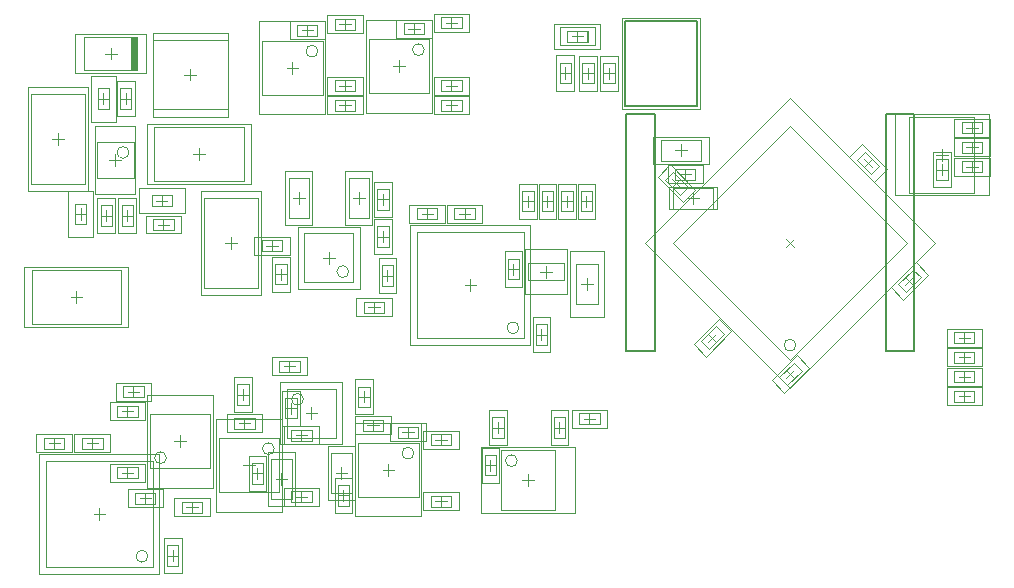
<source format=gm1>
%FSLAX25Y25*%
%MOIN*%
G70*
G01*
G75*
G04 Layer_Color=16711935*
%ADD10R,0.03543X0.03937*%
%ADD11R,0.04528X0.07087*%
%ADD12R,0.03937X0.03543*%
%ADD13R,0.02953X0.03937*%
%ADD14O,0.01772X0.05512*%
%ADD15R,0.04724X0.03150*%
%ADD16R,0.04724X0.02953*%
%ADD17R,0.03937X0.02953*%
%ADD18O,0.05512X0.01772*%
%ADD19R,0.18110X0.08858*%
%ADD20R,0.10000X0.03900*%
%ADD21R,0.07402X0.06614*%
%ADD22O,0.00984X0.05315*%
%ADD23R,0.04331X0.04331*%
%ADD24R,0.06693X0.04724*%
%ADD25R,0.09449X0.06102*%
%ADD26R,0.08858X0.18110*%
%ADD27R,0.02362X0.03937*%
%ADD28R,0.04331X0.06693*%
%ADD29R,0.07480X0.05315*%
%ADD30R,0.04331X0.04331*%
%ADD31C,0.01000*%
%ADD32C,0.00800*%
%ADD33C,0.02000*%
%ADD34C,0.03000*%
%ADD35C,0.05500*%
%ADD36C,0.03500*%
%ADD37C,0.04000*%
%ADD38C,0.00500*%
%ADD39C,0.00394*%
%ADD40R,0.02383X0.10984*%
%ADD41C,0.00197*%
%ADD42C,0.00300*%
%ADD43R,0.06299X0.06299*%
%ADD44C,0.06299*%
%ADD45C,0.06000*%
%ADD46R,0.06000X0.06000*%
%ADD47R,0.06299X0.06299*%
%ADD48R,0.06000X0.06000*%
%ADD49C,0.05512*%
%ADD50R,0.05512X0.05512*%
%ADD51C,0.03937*%
%ADD52C,0.03500*%
%ADD53C,0.05500*%
%ADD54C,0.04500*%
%ADD55C,0.05000*%
%ADD56C,0.01969*%
%ADD57C,0.07150*%
%ADD58C,0.06500*%
%ADD59C,0.07000*%
%ADD60C,0.08000*%
%ADD61C,0.04787*%
%ADD62C,0.07500*%
%ADD63R,0.08071X0.02756*%
G04:AMPARAMS|DCode=64|XSize=39.37mil|YSize=35.43mil|CornerRadius=0mil|HoleSize=0mil|Usage=FLASHONLY|Rotation=135.000|XOffset=0mil|YOffset=0mil|HoleType=Round|Shape=Rectangle|*
%AMROTATEDRECTD64*
4,1,4,0.02645,-0.00139,0.00139,-0.02645,-0.02645,0.00139,-0.00139,0.02645,0.02645,-0.00139,0.0*
%
%ADD64ROTATEDRECTD64*%

G04:AMPARAMS|DCode=65|XSize=39.37mil|YSize=35.43mil|CornerRadius=0mil|HoleSize=0mil|Usage=FLASHONLY|Rotation=225.000|XOffset=0mil|YOffset=0mil|HoleType=Round|Shape=Rectangle|*
%AMROTATEDRECTD65*
4,1,4,0.00139,0.02645,0.02645,0.00139,-0.00139,-0.02645,-0.02645,-0.00139,0.00139,0.02645,0.0*
%
%ADD65ROTATEDRECTD65*%

%ADD66O,0.00984X0.03740*%
%ADD67O,0.03740X0.00984*%
%ADD68R,0.09646X0.09646*%
%ADD69R,0.07087X0.04528*%
%ADD70O,0.02165X0.06102*%
%ADD71O,0.06102X0.02165*%
%ADD72R,0.23622X0.23622*%
%ADD73R,0.05906X0.05906*%
G04:AMPARAMS|DCode=74|XSize=11.81mil|YSize=70.87mil|CornerRadius=0mil|HoleSize=0mil|Usage=FLASHONLY|Rotation=315.000|XOffset=0mil|YOffset=0mil|HoleType=Round|Shape=Round|*
%AMOVALD74*
21,1,0.05906,0.01181,0.00000,0.00000,45.0*
1,1,0.01181,-0.02088,-0.02088*
1,1,0.01181,0.02088,0.02088*
%
%ADD74OVALD74*%

G04:AMPARAMS|DCode=75|XSize=11.81mil|YSize=70.87mil|CornerRadius=0mil|HoleSize=0mil|Usage=FLASHONLY|Rotation=45.000|XOffset=0mil|YOffset=0mil|HoleType=Round|Shape=Round|*
%AMOVALD75*
21,1,0.05906,0.01181,0.00000,0.00000,135.0*
1,1,0.01181,0.02088,-0.02088*
1,1,0.01181,-0.02088,0.02088*
%
%ADD75OVALD75*%

%ADD76C,0.02500*%
%ADD77C,0.03200*%
%ADD78C,0.01800*%
%ADD79C,0.01500*%
%ADD80C,0.01969*%
%ADD81C,0.02362*%
%ADD82C,0.00984*%
%ADD83C,0.00787*%
%ADD84C,0.00600*%
%ADD85R,0.04343X0.04737*%
%ADD86R,0.05328X0.07887*%
%ADD87R,0.04737X0.04343*%
%ADD88R,0.03753X0.04737*%
%ADD89O,0.02572X0.06312*%
%ADD90R,0.05524X0.03950*%
%ADD91R,0.05524X0.03753*%
%ADD92R,0.04737X0.03753*%
%ADD93O,0.06312X0.02572*%
%ADD94R,0.18910X0.09658*%
%ADD95R,0.10800X0.04700*%
%ADD96R,0.08047X0.07260*%
%ADD97O,0.01630X0.05961*%
%ADD98R,0.05131X0.05131*%
%ADD99R,0.07493X0.05524*%
%ADD100R,0.10249X0.06902*%
%ADD101R,0.09658X0.18910*%
%ADD102R,0.03162X0.04737*%
%ADD103R,0.05131X0.07493*%
%ADD104R,0.08280X0.06115*%
%ADD105R,0.05131X0.05131*%
%ADD106R,0.07099X0.07099*%
%ADD107C,0.07099*%
%ADD108C,0.06800*%
%ADD109R,0.06800X0.06800*%
%ADD110R,0.07099X0.07099*%
%ADD111R,0.06800X0.06800*%
%ADD112C,0.06312*%
%ADD113R,0.06312X0.06312*%
%ADD114C,0.04737*%
%ADD115R,0.08871X0.03556*%
G04:AMPARAMS|DCode=116|XSize=47.37mil|YSize=43.43mil|CornerRadius=0mil|HoleSize=0mil|Usage=FLASHONLY|Rotation=135.000|XOffset=0mil|YOffset=0mil|HoleType=Round|Shape=Rectangle|*
%AMROTATEDRECTD116*
4,1,4,0.03210,-0.00139,0.00139,-0.03210,-0.03210,0.00139,-0.00139,0.03210,0.03210,-0.00139,0.0*
%
%ADD116ROTATEDRECTD116*%

G04:AMPARAMS|DCode=117|XSize=47.37mil|YSize=43.43mil|CornerRadius=0mil|HoleSize=0mil|Usage=FLASHONLY|Rotation=225.000|XOffset=0mil|YOffset=0mil|HoleType=Round|Shape=Rectangle|*
%AMROTATEDRECTD117*
4,1,4,0.00139,0.03210,0.03210,0.00139,-0.00139,-0.03210,-0.03210,-0.00139,0.00139,0.03210,0.0*
%
%ADD117ROTATEDRECTD117*%

%ADD118O,0.01784X0.04540*%
%ADD119O,0.04540X0.01784*%
%ADD120R,0.10446X0.10446*%
%ADD121R,0.07887X0.05328*%
%ADD122O,0.02965X0.06902*%
%ADD123O,0.06902X0.02965*%
%ADD124R,0.24422X0.24422*%
%ADD125R,0.06706X0.06706*%
G04:AMPARAMS|DCode=126|XSize=19.81mil|YSize=78.87mil|CornerRadius=0mil|HoleSize=0mil|Usage=FLASHONLY|Rotation=315.000|XOffset=0mil|YOffset=0mil|HoleType=Round|Shape=Round|*
%AMOVALD126*
21,1,0.05906,0.01981,0.00000,0.00000,45.0*
1,1,0.01981,-0.02088,-0.02088*
1,1,0.01981,0.02088,0.02088*
%
%ADD126OVALD126*%

G04:AMPARAMS|DCode=127|XSize=19.81mil|YSize=78.87mil|CornerRadius=0mil|HoleSize=0mil|Usage=FLASHONLY|Rotation=45.000|XOffset=0mil|YOffset=0mil|HoleType=Round|Shape=Round|*
%AMOVALD127*
21,1,0.05906,0.01981,0.00000,0.00000,135.0*
1,1,0.01981,0.02088,-0.02088*
1,1,0.01981,-0.02088,0.02088*
%
%ADD127OVALD127*%

D38*
X564913Y292087D02*
Y371000D01*
Y292050D02*
X574313D01*
Y371000D01*
X478300D02*
X487700D01*
X478300Y292050D02*
Y371000D01*
X487700Y292050D02*
Y371000D01*
X478300Y292050D02*
X487700D01*
X564913Y371000D02*
X574313D01*
X477969Y373827D02*
X501968D01*
Y402173D01*
X477969D02*
X501968D01*
X477969Y373827D02*
Y402173D01*
X564913Y292087D02*
Y371000D01*
Y292050D02*
X574313D01*
Y371000D01*
X478300D02*
X487700D01*
X478300Y292050D02*
Y371000D01*
X487700Y292050D02*
Y371000D01*
X478300Y292050D02*
X487700D01*
X564913Y371000D02*
X574313D01*
X477969Y373827D02*
X501968D01*
Y402173D01*
X477969D02*
X501968D01*
X477969Y373827D02*
Y402173D01*
D39*
X407465Y258012D02*
G03*
X407465Y258012I-1969J0D01*
G01*
X360965Y259512D02*
G03*
X360965Y259512I-1969J0D01*
G01*
X441957Y255496D02*
G03*
X441957Y255496I-1969J0D01*
G01*
X324972Y256488D02*
G03*
X324972Y256488I-1969J0D01*
G01*
X375465Y392012D02*
G03*
X375465Y392012I-1969J0D01*
G01*
X370677Y275961D02*
G03*
X370677Y275961I-1969J0D01*
G01*
X318811Y223657D02*
G03*
X318811Y223657I-1969J0D01*
G01*
X410965Y392512D02*
G03*
X410965Y392512I-1969J0D01*
G01*
X312496Y358291D02*
G03*
X312496Y358291I-1969J0D01*
G01*
X385760Y318539D02*
G03*
X385760Y318539I-1969J0D01*
G01*
X442480Y299827D02*
G03*
X442480Y299827I-1969J0D01*
G01*
X534827Y294057D02*
G03*
X534827Y294057I-1969J0D01*
G01*
X594327Y344902D02*
Y370098D01*
X572673Y344902D02*
Y370098D01*
X594327D01*
X572673Y344902D02*
X594327D01*
X590154Y364630D02*
X596846D01*
X590154Y368370D02*
X596846D01*
Y364630D02*
Y368370D01*
X590154Y364630D02*
Y368370D01*
Y358130D02*
X596846D01*
X590154Y361870D02*
X596846D01*
Y358130D02*
Y361870D01*
X590154Y358130D02*
Y361870D01*
X489807Y355457D02*
Y362543D01*
X503193Y355457D02*
Y362543D01*
X489807D02*
X503193D01*
X489807Y355457D02*
X503193D01*
X347555Y266130D02*
Y269870D01*
X354445Y266130D02*
Y269870D01*
X347555Y266130D02*
X354445D01*
X347555Y269870D02*
X354445D01*
X348630Y280945D02*
X352370D01*
X348630Y274055D02*
X352370D01*
X348630D02*
Y280945D01*
X352370Y274055D02*
Y280945D01*
X465346Y395130D02*
Y398870D01*
X458653Y395130D02*
Y398870D01*
X465346D01*
X458653Y395130D02*
X465346D01*
X587653Y294630D02*
X594347D01*
X587653Y298370D02*
X594347D01*
Y294630D02*
Y298370D01*
X587653Y294630D02*
Y298370D01*
Y281630D02*
X594347D01*
X587653Y285370D02*
X594347D01*
Y281630D02*
Y285370D01*
X587653Y281630D02*
Y285370D01*
X447370Y338653D02*
Y345346D01*
X443630Y338653D02*
Y345346D01*
X447370D01*
X443630Y338653D02*
X447370D01*
X460370D02*
Y345346D01*
X456630Y338653D02*
Y345346D01*
X460370D01*
X456630Y338653D02*
X460370D01*
X474370Y381303D02*
Y387996D01*
X470630Y381303D02*
Y387996D01*
X474370D01*
X470630Y381303D02*
X474370D01*
X402153Y266870D02*
X408847D01*
X402153Y263130D02*
X408847D01*
Y266870D01*
X402153Y263130D02*
Y266870D01*
X431130Y250654D02*
Y257347D01*
X434870Y250654D02*
Y257347D01*
X431130D02*
X434870D01*
X431130Y250654D02*
X434870D01*
X404153Y401370D02*
X410847D01*
X404153Y397630D02*
X410847D01*
Y401370D01*
X404153Y397630D02*
Y401370D01*
X368653Y400870D02*
X375346D01*
X368653Y397130D02*
X375346D01*
Y400870D01*
X368653Y397130D02*
Y400870D01*
X364630Y269654D02*
Y276346D01*
X368370Y269654D02*
Y276346D01*
X364630Y269654D02*
X368370D01*
X364630Y276346D02*
X368370D01*
X314653Y244870D02*
X321346D01*
X314653Y241130D02*
X321346D01*
X314653D02*
Y244870D01*
X321346Y241130D02*
Y244870D01*
X571531Y311712D02*
X576403Y316584D01*
X568886Y314357D02*
X573758Y319229D01*
X568886Y314357D02*
X571531Y311712D01*
X573758Y319229D02*
X576403Y316584D01*
X493887Y351758D02*
X498758Y346886D01*
X491242Y349114D02*
X496114Y344242D01*
X498758Y346886D01*
X491242Y349114D02*
X493887Y351758D01*
X503242Y295386D02*
X508114Y300258D01*
X505886Y292742D02*
X510758Y297614D01*
X508114Y300258D02*
X510758Y297614D01*
X503242Y295386D02*
X505886Y292742D01*
X529242Y283253D02*
X534114Y288125D01*
X531886Y280608D02*
X536758Y285480D01*
X534114Y288125D02*
X536758Y285480D01*
X529242Y283253D02*
X531886Y280608D01*
X555051Y355837D02*
X559923Y350965D01*
X557696Y358482D02*
X562568Y353610D01*
X555051Y355837D02*
X557696Y358482D01*
X559923Y350965D02*
X562568Y353610D01*
X385870Y240555D02*
Y247445D01*
X382130Y240555D02*
Y247445D01*
X385870D01*
X382130Y240555D02*
X385870D01*
X388961Y243445D02*
Y261555D01*
X409039Y243445D02*
Y261555D01*
X388961Y243445D02*
X409039D01*
X388961Y261555D02*
X409039D01*
X456098Y381386D02*
X459839D01*
X456098Y388079D02*
X459839D01*
X456098Y381386D02*
Y388079D01*
X459839Y381386D02*
Y388079D01*
X413055Y243870D02*
X419945D01*
X413055Y240130D02*
X419945D01*
X413055D02*
Y243870D01*
X419945Y240130D02*
Y243870D01*
X413055Y260630D02*
X419945D01*
X413055Y264370D02*
X419945D01*
Y260630D02*
Y264370D01*
X413055Y260630D02*
Y264370D01*
X330055Y238130D02*
X336945D01*
X330055Y241870D02*
X336945D01*
Y238130D02*
Y241870D01*
X330055Y238130D02*
Y241870D01*
X342461Y244945D02*
Y263055D01*
X362539Y244945D02*
Y263055D01*
X342461Y244945D02*
X362539D01*
X342461Y263055D02*
X362539D01*
X366555Y245370D02*
X373445D01*
X366555Y241630D02*
X373445D01*
X366555D02*
Y245370D01*
X373445Y241630D02*
Y245370D01*
X366555Y262130D02*
X373445D01*
X366555Y265870D02*
X373445D01*
Y262130D02*
Y265870D01*
X366555Y262130D02*
Y265870D01*
X462555Y271370D02*
X469445D01*
X462555Y267630D02*
X469445D01*
X462555D02*
Y271370D01*
X469445Y267630D02*
Y271370D01*
X436445Y238961D02*
X454555D01*
X436445Y259039D02*
X454555D01*
Y238961D02*
Y259039D01*
X436445Y238961D02*
Y259039D01*
X454130Y263055D02*
Y269945D01*
X457870Y263055D02*
Y269945D01*
X454130Y263055D02*
X457870D01*
X454130Y269945D02*
X457870D01*
X437370Y263055D02*
Y269945D01*
X433630Y263055D02*
Y269945D01*
X437370D01*
X433630Y263055D02*
X437370D01*
X310555Y276630D02*
X317445D01*
X310555Y280370D02*
X317445D01*
Y276630D02*
Y280370D01*
X310555Y276630D02*
Y280370D01*
X339539Y252945D02*
Y271055D01*
X319461Y252945D02*
Y271055D01*
X339539D01*
X319461Y252945D02*
X339539D01*
X308555Y270130D02*
X315445D01*
X308555Y273870D02*
X315445D01*
Y270130D02*
Y273870D01*
X308555Y270130D02*
Y273870D01*
X308555Y253370D02*
X315445D01*
X308555Y249630D02*
X315445D01*
X308555D02*
Y253370D01*
X315445Y249630D02*
Y253370D01*
X442531Y315917D02*
Y322807D01*
X438791Y315917D02*
Y322807D01*
X442531D01*
X438791Y315917D02*
X442531D01*
X327413Y332362D02*
Y336102D01*
X320524Y332362D02*
Y336102D01*
Y332362D02*
X327413D01*
X320524Y336102D02*
X327413D01*
X463130Y345346D02*
X466870D01*
X463130Y338653D02*
X466870D01*
Y345346D01*
X463130Y338653D02*
Y345346D01*
X450130D02*
X453870D01*
X450130Y338653D02*
X453870D01*
Y345346D01*
X450130Y338653D02*
Y345346D01*
X594347Y275130D02*
Y278870D01*
X587653Y275130D02*
Y278870D01*
Y275130D02*
X594347D01*
X587653Y278870D02*
X594347D01*
Y288130D02*
Y291870D01*
X587653Y288130D02*
Y291870D01*
Y288130D02*
X594347D01*
X587653Y291870D02*
X594347D01*
X463630Y387996D02*
X467370D01*
X463630Y381303D02*
X467370D01*
Y387996D01*
X463630Y381303D02*
Y387996D01*
X355555Y313039D02*
Y342961D01*
X337445Y313039D02*
Y342961D01*
X355555D01*
X337445Y313039D02*
X355555D01*
X416555Y382370D02*
X423445D01*
X416555Y378630D02*
X423445D01*
X416555D02*
Y382370D01*
X423445Y378630D02*
Y382370D01*
X416555Y399630D02*
X423445D01*
X416555Y403370D02*
X423445D01*
Y399630D02*
Y403370D01*
X416555Y399630D02*
Y403370D01*
X416555Y375870D02*
X423445D01*
X416555Y372130D02*
X423445D01*
X416555D02*
Y375870D01*
X423445Y372130D02*
Y375870D01*
X356961Y377445D02*
Y395555D01*
X377039Y377445D02*
Y395555D01*
X356961Y377445D02*
X377039D01*
X356961Y395555D02*
X377039D01*
X381055Y382370D02*
X387945D01*
X381055Y378630D02*
X387945D01*
X381055D02*
Y382370D01*
X387945Y378630D02*
Y382370D01*
X381055Y399130D02*
X387945D01*
X381055Y402870D02*
X387945D01*
Y399130D02*
Y402870D01*
X381055Y399130D02*
Y402870D01*
X365165Y279504D02*
X381504D01*
X365165Y263165D02*
X381504D01*
X365165D02*
Y279504D01*
X381504Y263165D02*
Y279504D01*
X362555Y288870D02*
X369445D01*
X362555Y285130D02*
X369445D01*
Y288870D01*
X362555Y285130D02*
Y288870D01*
X388965Y280181D02*
X392705D01*
X388965Y273488D02*
X392705D01*
X388965D02*
Y280181D01*
X392705Y273488D02*
Y280181D01*
X397181Y265465D02*
Y269205D01*
X390488Y265465D02*
Y269205D01*
X397181D01*
X390488Y265465D02*
X397181D01*
X379890Y257929D02*
X386779D01*
X379890Y244740D02*
X386779D01*
X379890D02*
Y257929D01*
X386779Y244740D02*
Y257929D01*
X359890Y255929D02*
X366779D01*
X359890Y242740D02*
X366779D01*
X359890D02*
Y255929D01*
X366779Y242740D02*
Y255929D01*
X353465Y247890D02*
Y254780D01*
X357205Y247890D02*
Y254780D01*
X353465D02*
X357205D01*
X353465Y247890D02*
X357205D01*
X390721Y304795D02*
X397610D01*
X390721Y308535D02*
X397610D01*
X390721Y304795D02*
Y308535D01*
X397610Y304795D02*
Y308535D01*
X385720Y336571D02*
X392610D01*
X385720Y349760D02*
X392610D01*
Y336571D02*
Y349760D01*
X385720Y336571D02*
Y349760D01*
X399035Y339220D02*
Y346110D01*
X395295Y339220D02*
Y346110D01*
Y339220D02*
X399035D01*
X395295Y346110D02*
X399035D01*
X356819Y325295D02*
Y329035D01*
X363512Y325295D02*
Y329035D01*
X356819Y325295D02*
X363512D01*
X356819Y329035D02*
X363512D01*
X361295Y314319D02*
X365035D01*
X361295Y321012D02*
X365035D01*
Y314319D02*
Y321012D01*
X361295Y314319D02*
Y321012D01*
X284953Y220114D02*
X320386D01*
X284953Y255547D02*
X320386D01*
Y220114D02*
Y255547D01*
X284953Y220114D02*
Y255547D01*
X284244Y259461D02*
Y263201D01*
X290937Y259461D02*
Y263201D01*
X284244Y259461D02*
X290937D01*
X284244Y263201D02*
X290937D01*
X296815Y259461D02*
X303705D01*
X296815Y263201D02*
X303705D01*
X296815Y259461D02*
Y263201D01*
X303705Y259461D02*
Y263201D01*
X325220Y220386D02*
Y227276D01*
X328961Y220386D02*
Y227276D01*
X325220D02*
X328961D01*
X325220Y220386D02*
X328961D01*
X408583Y335961D02*
Y339701D01*
X415276Y335961D02*
Y339701D01*
X408583Y335961D02*
X415276D01*
X408583Y339701D02*
X415276D01*
X420984Y335961D02*
X427874D01*
X420984Y339701D02*
X427874D01*
X420984Y335961D02*
Y339701D01*
X427874Y335961D02*
Y339701D01*
X448130Y294055D02*
Y300945D01*
X451870Y294055D02*
Y300945D01*
X448130D02*
X451870D01*
X448130Y294055D02*
X451870D01*
X392461Y377945D02*
Y396055D01*
X412539Y377945D02*
Y396055D01*
X392461Y377945D02*
X412539D01*
X392461Y396055D02*
X412539D01*
X381055Y375870D02*
X387945D01*
X381055Y372130D02*
X387945D01*
X381055D02*
Y375870D01*
X387945Y372130D02*
Y375870D01*
X494654Y349130D02*
Y352870D01*
X501346Y349130D02*
Y352870D01*
X494654D02*
X501346D01*
X494654Y349130D02*
X501346D01*
X301866Y349630D02*
Y361835D01*
X314071Y349630D02*
Y361835D01*
X301866Y349630D02*
X314071D01*
X301866Y361835D02*
X314071D01*
X320122Y340362D02*
X326815D01*
X320122Y344102D02*
X326815D01*
Y340362D02*
Y344102D01*
X320122Y340362D02*
Y344102D01*
X320567Y372732D02*
X345370D01*
X320567Y395732D02*
X345370D01*
X320567Y373232D02*
Y395732D01*
X345370Y373232D02*
Y395732D01*
X297610Y385740D02*
Y396724D01*
X315327Y385740D02*
Y396724D01*
X297610D02*
X315327D01*
X297610Y385740D02*
X315327D01*
X321008Y348677D02*
Y366787D01*
X350929Y348677D02*
Y366787D01*
X321008D02*
X350929D01*
X321008Y348677D02*
X350929D01*
X445516Y315744D02*
Y321256D01*
X457484Y315744D02*
Y321256D01*
X445516Y315744D02*
X457484D01*
X445516Y321256D02*
X457484D01*
X493807Y339457D02*
Y346543D01*
X507193Y339457D02*
Y346543D01*
X493807D02*
X507193D01*
X493807Y339457D02*
X507193D01*
X458555Y398870D02*
X465445D01*
X458555Y395130D02*
X465445D01*
X458555D02*
Y398870D01*
X465445Y395130D02*
Y398870D01*
X468705Y307669D02*
Y321055D01*
X461618Y307669D02*
Y321055D01*
X468705D01*
X461618Y307669D02*
X468705D01*
X365721Y336571D02*
X372610D01*
X365721Y349760D02*
X372610D01*
Y336571D02*
Y349760D01*
X365721Y336571D02*
Y349760D01*
X370996Y314996D02*
X387335D01*
X370996Y331335D02*
X387335D01*
Y314996D02*
Y331335D01*
X370996Y314996D02*
Y331335D01*
X408622Y296284D02*
X444055D01*
X408622Y331716D02*
X444055D01*
Y296284D02*
Y331716D01*
X408622Y296284D02*
Y331716D01*
X493884Y328021D02*
X532858Y289046D01*
Y366995D02*
X571832Y328021D01*
X532858Y289046D02*
X571832Y328021D01*
X493884D02*
X532858Y366995D01*
X396795Y313720D02*
Y320610D01*
X400535Y313720D02*
Y320610D01*
X396795D02*
X400535D01*
X396795Y313720D02*
X400535D01*
X399035Y326720D02*
Y333610D01*
X395295Y326720D02*
Y333610D01*
Y326720D02*
X399035D01*
X395295Y333610D02*
X399035D01*
X298339Y334386D02*
Y341079D01*
X294598Y334386D02*
Y341079D01*
X298339D01*
X294598Y334386D02*
X298339D01*
X306839Y333886D02*
Y340579D01*
X303098Y333886D02*
Y340579D01*
X306839D01*
X303098Y333886D02*
X306839D01*
X313839D02*
Y340579D01*
X310098Y333886D02*
Y340579D01*
X313839D01*
X310098Y333886D02*
X313839D01*
X309598Y372787D02*
X313339D01*
X309598Y379677D02*
X313339D01*
X309598Y372787D02*
Y379677D01*
X313339Y372787D02*
Y379677D01*
X302098Y379677D02*
X305839D01*
X302098Y372787D02*
X305839D01*
Y379677D01*
X302098Y372787D02*
Y379677D01*
X279913Y377693D02*
X298024D01*
X279913Y347772D02*
X298024D01*
Y377693D01*
X279913Y347772D02*
Y377693D01*
X590055Y351630D02*
X596945D01*
X590055Y355370D02*
X596945D01*
Y351630D02*
Y355370D01*
X590055Y351630D02*
Y355370D01*
X585370Y349055D02*
Y355945D01*
X581630Y349055D02*
Y355945D01*
X585370D01*
X581630Y349055D02*
X585370D01*
X280039Y300945D02*
X309961D01*
X280039Y319055D02*
X309961D01*
X280039Y300945D02*
Y319055D01*
X309961Y300945D02*
Y319055D01*
X581531Y357500D02*
X585468D01*
X583500Y355532D02*
Y359469D01*
X494531Y359000D02*
X498468D01*
X496500Y357031D02*
Y360968D01*
X397031Y252500D02*
X400969D01*
X399000Y250532D02*
Y254468D01*
X350532Y254000D02*
X354468D01*
X352500Y252031D02*
Y255968D01*
X445500Y247031D02*
Y250969D01*
X443532Y249000D02*
X447469D01*
X327532Y262000D02*
X331469D01*
X329500Y260032D02*
Y263968D01*
X344531Y328000D02*
X348468D01*
X346500Y326031D02*
Y329969D01*
X365032Y386500D02*
X368969D01*
X367000Y384531D02*
Y388469D01*
X373335Y269366D02*
Y273303D01*
X371366Y271335D02*
X375303D01*
X383335Y249366D02*
Y253303D01*
X381366Y251335D02*
X385303D01*
X363335Y247366D02*
Y251303D01*
X361366Y249335D02*
X365303D01*
X389165Y341197D02*
Y345134D01*
X387197Y343165D02*
X391134D01*
X302669Y235862D02*
Y239799D01*
X300701Y237831D02*
X304638D01*
X400531Y387000D02*
X404468D01*
X402500Y385032D02*
Y388968D01*
X306000Y355732D02*
X309937D01*
X307968Y353764D02*
Y357701D01*
X332968Y382264D02*
Y386201D01*
X331000Y384232D02*
X334937D01*
X304500Y391232D02*
X308437D01*
X306469Y389264D02*
Y393201D01*
X334000Y357732D02*
X337937D01*
X335968Y355764D02*
Y359701D01*
X449532Y318500D02*
X453469D01*
X451500Y316531D02*
Y320468D01*
X492626Y339260D02*
Y346740D01*
X508374Y339260D02*
Y346740D01*
X492626D02*
X508374D01*
X492626Y339260D02*
X508374D01*
X498531Y343000D02*
X502468D01*
X500500Y341032D02*
Y344969D01*
X463193Y314362D02*
X467130D01*
X465161Y312394D02*
Y316331D01*
X369165Y341197D02*
Y345134D01*
X367197Y343165D02*
X371134D01*
X379165Y321197D02*
Y325134D01*
X377197Y323165D02*
X381134D01*
X426339Y312032D02*
Y315968D01*
X424370Y314000D02*
X428307D01*
X531466Y326629D02*
X534250Y329413D01*
X531466Y329413D02*
X534250Y326629D01*
X288968Y360764D02*
Y364701D01*
X287000Y362732D02*
X290937D01*
X295000Y308032D02*
Y311968D01*
X293032Y310000D02*
X296969D01*
D40*
X314135Y391232D02*
D03*
D41*
X599287Y343917D02*
Y371083D01*
X567713Y343917D02*
Y371083D01*
X599287D01*
X567713Y343917D02*
X599287D01*
X593500Y364630D02*
Y368370D01*
X591630Y366500D02*
X595370D01*
X587595Y363547D02*
X599405D01*
X587595Y369453D02*
X599405D01*
Y363547D02*
Y369453D01*
X587595Y363547D02*
Y369453D01*
X593500Y358130D02*
Y361870D01*
X591630Y360000D02*
X595370D01*
X587595Y357047D02*
X599405D01*
X587595Y362953D02*
X599405D01*
Y357047D02*
Y362953D01*
X587595Y357047D02*
Y362953D01*
X487248Y354472D02*
Y363528D01*
X505752Y354472D02*
Y363528D01*
X487248D02*
X505752D01*
X487248Y354472D02*
X505752D01*
X345094Y265047D02*
Y270953D01*
X356906Y265047D02*
Y270953D01*
X345094Y265047D02*
X356906D01*
X345094Y270953D02*
X356906D01*
X349130Y268000D02*
X352870D01*
X351000Y266130D02*
Y269870D01*
X347547Y283405D02*
X353453D01*
X347547Y271595D02*
X353453D01*
X347547D02*
Y283405D01*
X353453Y271595D02*
Y283405D01*
X350500Y275630D02*
Y279370D01*
X348630Y277500D02*
X352370D01*
X467906Y394047D02*
Y399953D01*
X456095Y394047D02*
Y399953D01*
X467906D01*
X456095Y394047D02*
X467906D01*
X460130Y397000D02*
X463870D01*
X462000Y395130D02*
Y398870D01*
X591000Y294630D02*
Y298370D01*
X589130Y296500D02*
X592870D01*
X585094Y293547D02*
X596906D01*
X585094Y299453D02*
X596906D01*
Y293547D02*
Y299453D01*
X585094Y293547D02*
Y299453D01*
X591000Y281630D02*
Y285370D01*
X589130Y283500D02*
X592870D01*
X585094Y280547D02*
X596906D01*
X585094Y286453D02*
X596906D01*
Y280547D02*
Y286453D01*
X585094Y280547D02*
Y286453D01*
X443630Y342000D02*
X447370D01*
X445500Y340130D02*
Y343870D01*
X448453Y336094D02*
Y347905D01*
X442547Y336094D02*
Y347905D01*
X448453D01*
X442547Y336094D02*
X448453D01*
X456630Y342000D02*
X460370D01*
X458500Y340130D02*
Y343870D01*
X461453Y336094D02*
Y347905D01*
X455547Y336094D02*
Y347905D01*
X461453D01*
X455547Y336094D02*
X461453D01*
X470630Y384650D02*
X474370D01*
X472500Y382780D02*
Y386520D01*
X475453Y378744D02*
Y390555D01*
X469547Y378744D02*
Y390555D01*
X475453D01*
X469547Y378744D02*
X475453D01*
X405500Y263130D02*
Y266870D01*
X403630Y265000D02*
X407370D01*
X399594Y267953D02*
X411406D01*
X399594Y262047D02*
X411406D01*
Y267953D01*
X399594Y262047D02*
Y267953D01*
X431130Y254000D02*
X434870D01*
X433000Y252130D02*
Y255870D01*
X430047Y248095D02*
Y259906D01*
X435953Y248095D02*
Y259906D01*
X430047D02*
X435953D01*
X430047Y248095D02*
X435953D01*
X407500Y397630D02*
Y401370D01*
X405630Y399500D02*
X409370D01*
X401594Y402453D02*
X413406D01*
X401594Y396547D02*
X413406D01*
Y402453D01*
X401594Y396547D02*
Y402453D01*
X372000Y397130D02*
Y400870D01*
X370130Y399000D02*
X373870D01*
X366094Y401953D02*
X377906D01*
X366094Y396047D02*
X377906D01*
Y401953D01*
X366094Y396047D02*
Y401953D01*
X364630Y273000D02*
X368370D01*
X366500Y271130D02*
Y274870D01*
X363547Y267094D02*
Y278906D01*
X369453Y267094D02*
Y278906D01*
X363547Y267094D02*
X369453D01*
X363547Y278906D02*
X369453D01*
X318000Y241130D02*
Y244870D01*
X316130Y243000D02*
X319870D01*
X312094Y245953D02*
X323905D01*
X312094Y240047D02*
X323905D01*
X312094D02*
Y245953D01*
X323905Y240047D02*
Y245953D01*
X571322Y316793D02*
X573967Y314148D01*
X571322D02*
X573967Y316793D01*
X570557Y309207D02*
X578908Y317559D01*
X566381Y313383D02*
X574733Y321734D01*
X566381Y313383D02*
X570557Y309207D01*
X574733Y321734D02*
X578908Y317559D01*
X493678Y346678D02*
X496322Y349322D01*
X493678Y349322D02*
X496322Y346678D01*
X492912Y354264D02*
X501264Y345912D01*
X488736Y350088D02*
X497088Y341736D01*
X501264Y345912D01*
X488736Y350088D02*
X492912Y354264D01*
X505678Y297822D02*
X508322Y295178D01*
X505678D02*
X508322Y297822D01*
X500736Y294412D02*
X509088Y302764D01*
X504912Y290236D02*
X513264Y298588D01*
X509088Y302764D02*
X513264Y298588D01*
X500736Y294412D02*
X504912Y290236D01*
X531678Y285689D02*
X534322Y283044D01*
X531678D02*
X534322Y285689D01*
X526736Y282279D02*
X535088Y290630D01*
X530912Y278103D02*
X539264Y286454D01*
X535088Y290630D02*
X539264Y286454D01*
X526736Y282279D02*
X530912Y278103D01*
X557487Y353401D02*
X560132Y356046D01*
X557487D02*
X560132Y353401D01*
X552546Y356811D02*
X560897Y348460D01*
X556721Y360987D02*
X565073Y352636D01*
X552546Y356811D02*
X556721Y360987D01*
X560897Y348460D02*
X565073Y352636D01*
X382130Y244000D02*
X385870D01*
X384000Y242130D02*
Y245870D01*
X386953Y238094D02*
Y249905D01*
X381047Y238094D02*
Y249905D01*
X386953D01*
X381047Y238094D02*
X386953D01*
X387976Y236949D02*
Y268051D01*
X410024Y236949D02*
Y268051D01*
X387976Y236949D02*
X410024D01*
X387976Y268051D02*
X410024D01*
X455016Y378827D02*
X460921D01*
X455016Y390638D02*
X460921D01*
X455016Y378827D02*
Y390638D01*
X460921Y378827D02*
Y390638D01*
X457969Y382862D02*
Y386602D01*
X456098Y384732D02*
X459839D01*
X416500Y240130D02*
Y243870D01*
X414630Y242000D02*
X418370D01*
X410595Y244953D02*
X422405D01*
X410595Y239047D02*
X422405D01*
X410595D02*
Y244953D01*
X422405Y239047D02*
Y244953D01*
X416500Y260630D02*
Y264370D01*
X414630Y262500D02*
X418370D01*
X410595Y259547D02*
X422405D01*
X410595Y265453D02*
X422405D01*
Y259547D02*
Y265453D01*
X410595Y259547D02*
Y265453D01*
X333500Y238130D02*
Y241870D01*
X331630Y240000D02*
X335370D01*
X327594Y237047D02*
X339405D01*
X327594Y242953D02*
X339405D01*
Y237047D02*
Y242953D01*
X327594Y237047D02*
Y242953D01*
X341476Y238449D02*
Y269551D01*
X363524Y238449D02*
Y269551D01*
X341476Y238449D02*
X363524D01*
X341476Y269551D02*
X363524D01*
X370000Y241630D02*
Y245370D01*
X368130Y243500D02*
X371870D01*
X364094Y246453D02*
X375905D01*
X364094Y240547D02*
X375905D01*
X364094D02*
Y246453D01*
X375905Y240547D02*
Y246453D01*
X370000Y262130D02*
Y265870D01*
X368130Y264000D02*
X371870D01*
X364094Y261047D02*
X375905D01*
X364094Y266953D02*
X375905D01*
Y261047D02*
Y266953D01*
X364094Y261047D02*
Y266953D01*
X466000Y267630D02*
Y271370D01*
X464130Y269500D02*
X467870D01*
X460094Y272453D02*
X471906D01*
X460094Y266547D02*
X471906D01*
X460094D02*
Y272453D01*
X471906Y266547D02*
Y272453D01*
X429949Y237976D02*
X461051D01*
X429949Y260024D02*
X461051D01*
Y237976D02*
Y260024D01*
X429949Y237976D02*
Y260024D01*
X454130Y266500D02*
X457870D01*
X456000Y264630D02*
Y268370D01*
X453047Y260595D02*
Y272406D01*
X458953Y260595D02*
Y272406D01*
X453047Y260595D02*
X458953D01*
X453047Y272406D02*
X458953D01*
X433630Y266500D02*
X437370D01*
X435500Y264630D02*
Y268370D01*
X438453Y260595D02*
Y272406D01*
X432547Y260595D02*
Y272406D01*
X438453D01*
X432547Y260595D02*
X438453D01*
X314000Y276630D02*
Y280370D01*
X312130Y278500D02*
X315870D01*
X308095Y275547D02*
X319905D01*
X308095Y281453D02*
X319905D01*
Y275547D02*
Y281453D01*
X308095Y275547D02*
Y281453D01*
X340524Y246449D02*
Y277551D01*
X318476Y246449D02*
Y277551D01*
X340524D01*
X318476Y246449D02*
X340524D01*
X312000Y270130D02*
Y273870D01*
X310130Y272000D02*
X313870D01*
X306095Y269047D02*
X317905D01*
X306095Y274953D02*
X317905D01*
Y269047D02*
Y274953D01*
X306095Y269047D02*
Y274953D01*
X312000Y249630D02*
Y253370D01*
X310130Y251500D02*
X313870D01*
X306095Y254453D02*
X317905D01*
X306095Y248547D02*
X317905D01*
X306095D02*
Y254453D01*
X317905Y248547D02*
Y254453D01*
X438791Y319362D02*
X442531D01*
X440661Y317492D02*
Y321232D01*
X443614Y313457D02*
Y325268D01*
X437709Y313457D02*
Y325268D01*
X443614D01*
X437709Y313457D02*
X443614D01*
X329874Y331279D02*
Y337185D01*
X318063Y331279D02*
Y337185D01*
Y331279D02*
X329874D01*
X318063Y337185D02*
X329874D01*
X322098Y334232D02*
X325839D01*
X323969Y332362D02*
Y336102D01*
X462047Y347905D02*
X467953D01*
X462047Y336094D02*
X467953D01*
Y347905D01*
X462047Y336094D02*
Y347905D01*
X465000Y340130D02*
Y343870D01*
X463130Y342000D02*
X466870D01*
X449047Y347905D02*
X454953D01*
X449047Y336094D02*
X454953D01*
Y347905D01*
X449047Y336094D02*
Y347905D01*
X452000Y340130D02*
Y343870D01*
X450130Y342000D02*
X453870D01*
X596906Y274047D02*
Y279953D01*
X585094Y274047D02*
Y279953D01*
Y274047D02*
X596906D01*
X585094Y279953D02*
X596906D01*
X589130Y277000D02*
X592870D01*
X591000Y275130D02*
Y278870D01*
X596906Y287047D02*
Y292953D01*
X585094Y287047D02*
Y292953D01*
Y287047D02*
X596906D01*
X585094Y292953D02*
X596906D01*
X589130Y290000D02*
X592870D01*
X591000Y288130D02*
Y291870D01*
X462547Y390555D02*
X468453D01*
X462547Y378744D02*
X468453D01*
Y390555D01*
X462547Y378744D02*
Y390555D01*
X465500Y382780D02*
Y386520D01*
X463630Y384650D02*
X467370D01*
X356539Y310677D02*
Y345323D01*
X336461Y310677D02*
Y345323D01*
X356539D01*
X336461Y310677D02*
X356539D01*
X420000Y378630D02*
Y382370D01*
X418130Y380500D02*
X421870D01*
X414094Y383453D02*
X425906D01*
X414094Y377547D02*
X425906D01*
X414094D02*
Y383453D01*
X425906Y377547D02*
Y383453D01*
X420000Y399630D02*
Y403370D01*
X418130Y401500D02*
X421870D01*
X414094Y398547D02*
X425906D01*
X414094Y404453D02*
X425906D01*
Y398547D02*
Y404453D01*
X414094Y398547D02*
Y404453D01*
X420000Y372130D02*
Y375870D01*
X418130Y374000D02*
X421870D01*
X414094Y376953D02*
X425906D01*
X414094Y371047D02*
X425906D01*
X414094D02*
Y376953D01*
X425906Y371047D02*
Y376953D01*
X355976Y370949D02*
Y402051D01*
X378024Y370949D02*
Y402051D01*
X355976Y370949D02*
X378024D01*
X355976Y402051D02*
X378024D01*
X384500Y378630D02*
Y382370D01*
X382630Y380500D02*
X386370D01*
X378594Y383453D02*
X390406D01*
X378594Y377547D02*
X390406D01*
X378594D02*
Y383453D01*
X390406Y377547D02*
Y383453D01*
X384500Y399130D02*
Y402870D01*
X382630Y401000D02*
X386370D01*
X378594Y398047D02*
X390406D01*
X378594Y403953D02*
X390406D01*
Y398047D02*
Y403953D01*
X378594Y398047D02*
Y403953D01*
X363000Y281669D02*
X383669D01*
X363000Y261000D02*
X383669D01*
X363000D02*
Y281669D01*
X383669Y261000D02*
Y281669D01*
X366000Y285130D02*
Y288870D01*
X364130Y287000D02*
X367870D01*
X360094Y289953D02*
X371905D01*
X360094Y284047D02*
X371905D01*
Y289953D01*
X360094Y284047D02*
Y289953D01*
X387882Y282740D02*
X393787D01*
X387882Y270929D02*
X393787D01*
X387882D02*
Y282740D01*
X393787Y270929D02*
Y282740D01*
X390835Y274965D02*
Y278705D01*
X388965Y276835D02*
X392705D01*
X399740Y264382D02*
Y270287D01*
X387929Y264382D02*
Y270287D01*
X399740D01*
X387929Y264382D02*
X399740D01*
X391965Y267335D02*
X395705D01*
X393835Y265465D02*
Y269205D01*
X378807Y260390D02*
X387862D01*
X378807Y242280D02*
X387862D01*
X378807D02*
Y260390D01*
X387862Y242280D02*
Y260390D01*
X358807Y258390D02*
X367862D01*
X358807Y240280D02*
X367862D01*
X358807D02*
Y258390D01*
X367862Y240280D02*
Y258390D01*
X353465Y251335D02*
X357205D01*
X355335Y249465D02*
Y253205D01*
X352382Y245429D02*
Y257240D01*
X358287Y245429D02*
Y257240D01*
X352382D02*
X358287D01*
X352382Y245429D02*
X358287D01*
X394165Y304795D02*
Y308535D01*
X392295Y306665D02*
X396035D01*
X388260Y303713D02*
X400071D01*
X388260Y309618D02*
X400071D01*
X388260Y303713D02*
Y309618D01*
X400071Y303713D02*
Y309618D01*
X384638Y334110D02*
X393693D01*
X384638Y352221D02*
X393693D01*
Y334110D02*
Y352221D01*
X384638Y334110D02*
Y352221D01*
X395295Y342665D02*
X399035D01*
X397165Y340795D02*
Y344535D01*
X400118Y336760D02*
Y348571D01*
X394213Y336760D02*
Y348571D01*
Y336760D02*
X400118D01*
X394213Y348571D02*
X400118D01*
X354260Y324213D02*
Y330118D01*
X366071Y324213D02*
Y330118D01*
X354260Y324213D02*
X366071D01*
X354260Y330118D02*
X366071D01*
X358295Y327165D02*
X362035D01*
X360165Y325295D02*
Y329035D01*
X360213Y311760D02*
X366118D01*
X360213Y323571D02*
X366118D01*
Y311760D02*
Y323571D01*
X360213Y311760D02*
Y323571D01*
X363165Y315795D02*
Y319535D01*
X361295Y317665D02*
X365035D01*
X282689Y217850D02*
X322650D01*
X282689Y257811D02*
X322650D01*
Y217850D02*
Y257811D01*
X282689Y217850D02*
Y257811D01*
X281685Y258378D02*
Y264283D01*
X293496Y258378D02*
Y264283D01*
X281685Y258378D02*
X293496D01*
X281685Y264283D02*
X293496D01*
X285720Y261331D02*
X289461D01*
X287591Y259461D02*
Y263201D01*
X300260Y259461D02*
Y263201D01*
X298390Y261331D02*
X302130D01*
X294354Y258378D02*
X306165D01*
X294354Y264283D02*
X306165D01*
X294354Y258378D02*
Y264283D01*
X306165Y258378D02*
Y264283D01*
X325220Y223831D02*
X328961D01*
X327091Y221961D02*
Y225701D01*
X324138Y217925D02*
Y229736D01*
X330043Y217925D02*
Y229736D01*
X324138D02*
X330043D01*
X324138Y217925D02*
X330043D01*
X406024Y334878D02*
Y340784D01*
X417835Y334878D02*
Y340784D01*
X406024Y334878D02*
X417835D01*
X406024Y340784D02*
X417835D01*
X410059Y337831D02*
X413799D01*
X411929Y335961D02*
Y339701D01*
X424429Y335961D02*
Y339701D01*
X422559Y337831D02*
X426299D01*
X418524Y334878D02*
X430335D01*
X418524Y340784D02*
X430335D01*
X418524Y334878D02*
Y340784D01*
X430335Y334878D02*
Y340784D01*
X448130Y297500D02*
X451870D01*
X450000Y295630D02*
Y299370D01*
X447047Y291595D02*
Y303405D01*
X452953Y291595D02*
Y303405D01*
X447047D02*
X452953D01*
X447047Y291595D02*
X452953D01*
X391476Y371449D02*
Y402551D01*
X413524Y371449D02*
Y402551D01*
X391476Y371449D02*
X413524D01*
X391476Y402551D02*
X413524D01*
X384500Y372130D02*
Y375870D01*
X382630Y374000D02*
X386370D01*
X378594Y376953D02*
X390406D01*
X378594Y371047D02*
X390406D01*
X378594D02*
Y376953D01*
X390406Y371047D02*
Y376953D01*
X492095Y348047D02*
Y353953D01*
X503905Y348047D02*
Y353953D01*
X492095D02*
X503905D01*
X492095Y348047D02*
X503905D01*
X496130Y351000D02*
X499870D01*
X498000Y349130D02*
Y352870D01*
X301276Y344512D02*
Y366953D01*
X314661Y344512D02*
Y366953D01*
X301276Y344512D02*
X314661D01*
X301276Y366953D02*
X314661D01*
X323468Y340362D02*
Y344102D01*
X321598Y342232D02*
X325339D01*
X315791Y338098D02*
X331146D01*
X315791Y346366D02*
X331146D01*
Y338098D02*
Y346366D01*
X315791Y338098D02*
Y346366D01*
X320468Y370232D02*
X345468D01*
X320468Y398232D02*
X345468D01*
X320468Y370232D02*
Y398232D01*
X345468Y370232D02*
Y398232D01*
X294657Y384736D02*
Y397728D01*
X318280Y384736D02*
Y397728D01*
X294657D02*
X318280D01*
X294657Y384736D02*
X318280D01*
X318646Y347693D02*
Y367772D01*
X353291Y347693D02*
Y367772D01*
X318646D02*
X353291D01*
X318646Y347693D02*
X353291D01*
X444610Y310921D02*
Y326079D01*
X458390Y310921D02*
Y326079D01*
X444610Y310921D02*
X458390D01*
X444610Y326079D02*
X458390D01*
X462000Y395130D02*
Y398870D01*
X460130Y397000D02*
X463870D01*
X454323Y401134D02*
X469677D01*
X454323Y392866D02*
X469677D01*
X454323D02*
Y401134D01*
X469677Y392866D02*
Y401134D01*
X470870Y303339D02*
Y325386D01*
X459453Y303339D02*
Y325386D01*
X470870D01*
X459453Y303339D02*
X470870D01*
X364638Y334110D02*
X373693D01*
X364638Y352221D02*
X373693D01*
Y334110D02*
Y352221D01*
X364638Y334110D02*
Y352221D01*
X368831Y312831D02*
X389500D01*
X368831Y333500D02*
X389500D01*
Y312831D02*
Y333500D01*
X368831Y312831D02*
Y333500D01*
X406358Y294020D02*
X446319D01*
X406358Y333980D02*
X446319D01*
Y294020D02*
Y333980D01*
X406358Y294020D02*
Y333980D01*
X484418Y328021D02*
X532858Y279581D01*
Y376460D02*
X581298Y328021D01*
X532858Y279581D02*
X581298Y328021D01*
X484418Y328021D02*
X532858Y376460D01*
X396795Y317165D02*
X400535D01*
X398665Y315295D02*
Y319035D01*
X395713Y311260D02*
Y323071D01*
X401618Y311260D02*
Y323071D01*
X395713D02*
X401618D01*
X395713Y311260D02*
X401618D01*
X395295Y330165D02*
X399035D01*
X397165Y328295D02*
Y332035D01*
X400118Y324260D02*
Y336071D01*
X394213Y324260D02*
Y336071D01*
Y324260D02*
X400118D01*
X394213Y336071D02*
X400118D01*
X294598Y337732D02*
X298339D01*
X296468Y335862D02*
Y339602D01*
X300602Y330055D02*
Y345409D01*
X292335Y330055D02*
Y345409D01*
X300602D01*
X292335Y330055D02*
X300602D01*
X303098Y337232D02*
X306839D01*
X304969Y335362D02*
Y339102D01*
X307921Y331327D02*
Y343138D01*
X302016Y331327D02*
Y343138D01*
X307921D01*
X302016Y331327D02*
X307921D01*
X310098Y337232D02*
X313839D01*
X311968Y335362D02*
Y339102D01*
X314921Y331327D02*
Y343138D01*
X309016Y331327D02*
Y343138D01*
X314921D01*
X309016Y331327D02*
X314921D01*
X308516Y370327D02*
X314421D01*
X308516Y382138D02*
X314421D01*
X308516Y370327D02*
Y382138D01*
X314421Y370327D02*
Y382138D01*
X311469Y374362D02*
Y378102D01*
X309598Y376232D02*
X313339D01*
X299835Y383909D02*
X308102D01*
X299835Y368555D02*
X308102D01*
Y383909D01*
X299835Y368555D02*
Y383909D01*
X303969Y374362D02*
Y378102D01*
X302098Y376232D02*
X305839D01*
X278929Y380055D02*
X299008D01*
X278929Y345409D02*
X299008D01*
Y380055D01*
X278929Y345409D02*
Y380055D01*
X593500Y351630D02*
Y355370D01*
X591630Y353500D02*
X595370D01*
X587595Y350547D02*
X599405D01*
X587595Y356453D02*
X599405D01*
Y350547D02*
Y356453D01*
X587595Y350547D02*
Y356453D01*
X581630Y352500D02*
X585370D01*
X583500Y350630D02*
Y354370D01*
X586453Y346595D02*
Y358405D01*
X580547Y346595D02*
Y358405D01*
X586453D01*
X580547Y346595D02*
X586453D01*
X277677Y299961D02*
X312323D01*
X277677Y320039D02*
X312323D01*
X277677Y299961D02*
Y320039D01*
X312323Y299961D02*
Y320039D01*
D42*
X476968Y372732D02*
X502969D01*
Y403232D01*
X476968D02*
X502969D01*
X476968Y372732D02*
Y403232D01*
M02*

</source>
